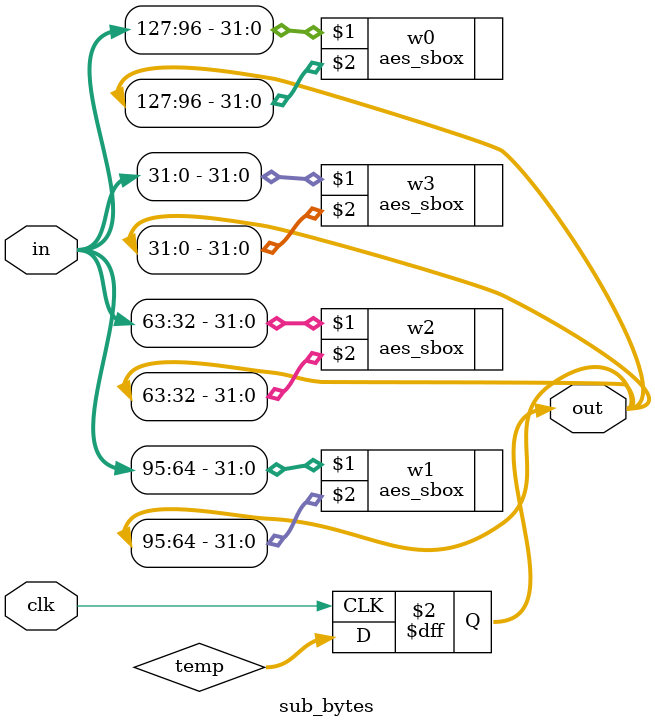
<source format=v>
module sub_bytes (clk, in, out);
input clk;
input [127:0] in;
output reg [127:0] out;

wire [127:0] temp;

aes_sbox w0(in[127-:32], out[127-:32]);
aes_sbox w1(in[95-:32], out[95-:32]);
aes_sbox w2(in[63-:32], out[63-:32]);
aes_sbox w3(in[31-:32], out[31-:32]);

always @(posedge clk) begin
    out <= temp;
end
endmodule
</source>
